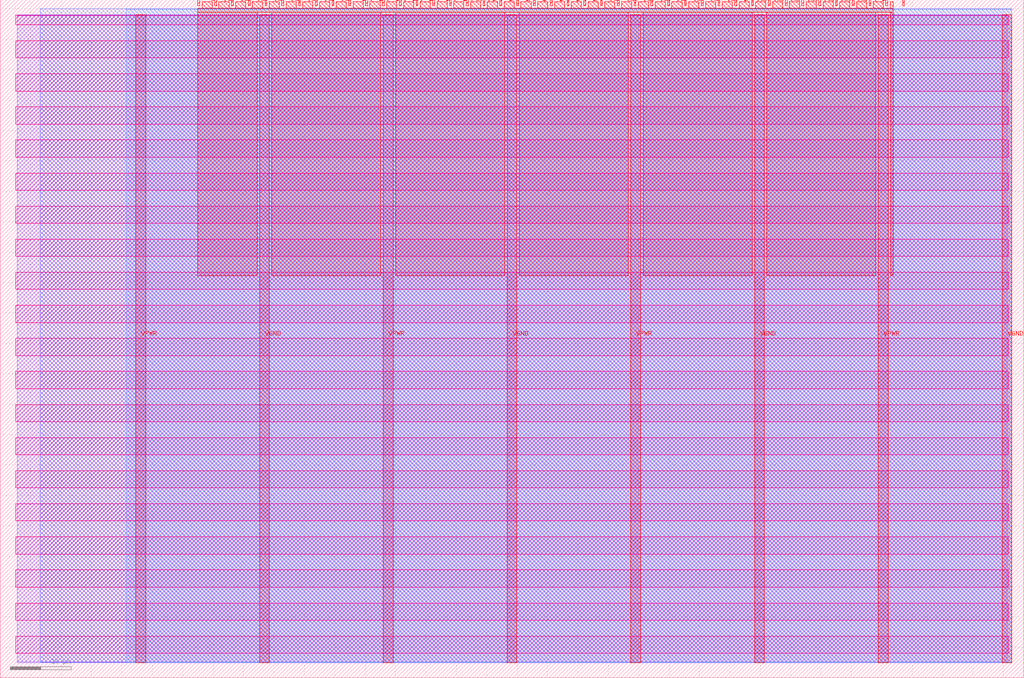
<source format=lef>
VERSION 5.7 ;
  NOWIREEXTENSIONATPIN ON ;
  DIVIDERCHAR "/" ;
  BUSBITCHARS "[]" ;
MACRO tt_um_Leaky_Integrate_Fire_nfjesifb_dup
  CLASS BLOCK ;
  FOREIGN tt_um_Leaky_Integrate_Fire_nfjesifb_dup ;
  ORIGIN 0.000 0.000 ;
  SIZE 168.360 BY 111.520 ;
  PIN VGND
    DIRECTION INOUT ;
    USE GROUND ;
    PORT
      LAYER met4 ;
        RECT 42.670 2.480 44.270 109.040 ;
    END
    PORT
      LAYER met4 ;
        RECT 83.380 2.480 84.980 109.040 ;
    END
    PORT
      LAYER met4 ;
        RECT 124.090 2.480 125.690 109.040 ;
    END
    PORT
      LAYER met4 ;
        RECT 164.800 2.480 166.400 109.040 ;
    END
  END VGND
  PIN VPWR
    DIRECTION INOUT ;
    USE POWER ;
    PORT
      LAYER met4 ;
        RECT 22.315 2.480 23.915 109.040 ;
    END
    PORT
      LAYER met4 ;
        RECT 63.025 2.480 64.625 109.040 ;
    END
    PORT
      LAYER met4 ;
        RECT 103.735 2.480 105.335 109.040 ;
    END
    PORT
      LAYER met4 ;
        RECT 144.445 2.480 146.045 109.040 ;
    END
  END VPWR
  PIN clk
    DIRECTION INPUT ;
    USE SIGNAL ;
    ANTENNAGATEAREA 0.852000 ;
    PORT
      LAYER met4 ;
        RECT 145.670 110.520 145.970 111.520 ;
    END
  END clk
  PIN ena
    DIRECTION INPUT ;
    USE SIGNAL ;
    PORT
      LAYER met4 ;
        RECT 148.430 110.520 148.730 111.520 ;
    END
  END ena
  PIN rst_n
    DIRECTION INPUT ;
    USE SIGNAL ;
    ANTENNAGATEAREA 0.213000 ;
    PORT
      LAYER met4 ;
        RECT 142.910 110.520 143.210 111.520 ;
    END
  END rst_n
  PIN ui_in[0]
    DIRECTION INPUT ;
    USE SIGNAL ;
    ANTENNAGATEAREA 0.126000 ;
    PORT
      LAYER met4 ;
        RECT 140.150 110.520 140.450 111.520 ;
    END
  END ui_in[0]
  PIN ui_in[1]
    DIRECTION INPUT ;
    USE SIGNAL ;
    ANTENNAGATEAREA 0.196500 ;
    PORT
      LAYER met4 ;
        RECT 137.390 110.520 137.690 111.520 ;
    END
  END ui_in[1]
  PIN ui_in[2]
    DIRECTION INPUT ;
    USE SIGNAL ;
    ANTENNAGATEAREA 0.159000 ;
    PORT
      LAYER met4 ;
        RECT 134.630 110.520 134.930 111.520 ;
    END
  END ui_in[2]
  PIN ui_in[3]
    DIRECTION INPUT ;
    USE SIGNAL ;
    ANTENNAGATEAREA 0.213000 ;
    PORT
      LAYER met4 ;
        RECT 131.870 110.520 132.170 111.520 ;
    END
  END ui_in[3]
  PIN ui_in[4]
    DIRECTION INPUT ;
    USE SIGNAL ;
    ANTENNAGATEAREA 0.159000 ;
    PORT
      LAYER met4 ;
        RECT 129.110 110.520 129.410 111.520 ;
    END
  END ui_in[4]
  PIN ui_in[5]
    DIRECTION INPUT ;
    USE SIGNAL ;
    PORT
      LAYER met4 ;
        RECT 126.350 110.520 126.650 111.520 ;
    END
  END ui_in[5]
  PIN ui_in[6]
    DIRECTION INPUT ;
    USE SIGNAL ;
    PORT
      LAYER met4 ;
        RECT 123.590 110.520 123.890 111.520 ;
    END
  END ui_in[6]
  PIN ui_in[7]
    DIRECTION INPUT ;
    USE SIGNAL ;
    PORT
      LAYER met4 ;
        RECT 120.830 110.520 121.130 111.520 ;
    END
  END ui_in[7]
  PIN uio_in[0]
    DIRECTION INPUT ;
    USE SIGNAL ;
    PORT
      LAYER met4 ;
        RECT 118.070 110.520 118.370 111.520 ;
    END
  END uio_in[0]
  PIN uio_in[1]
    DIRECTION INPUT ;
    USE SIGNAL ;
    PORT
      LAYER met4 ;
        RECT 115.310 110.520 115.610 111.520 ;
    END
  END uio_in[1]
  PIN uio_in[2]
    DIRECTION INPUT ;
    USE SIGNAL ;
    PORT
      LAYER met4 ;
        RECT 112.550 110.520 112.850 111.520 ;
    END
  END uio_in[2]
  PIN uio_in[3]
    DIRECTION INPUT ;
    USE SIGNAL ;
    PORT
      LAYER met4 ;
        RECT 109.790 110.520 110.090 111.520 ;
    END
  END uio_in[3]
  PIN uio_in[4]
    DIRECTION INPUT ;
    USE SIGNAL ;
    PORT
      LAYER met4 ;
        RECT 107.030 110.520 107.330 111.520 ;
    END
  END uio_in[4]
  PIN uio_in[5]
    DIRECTION INPUT ;
    USE SIGNAL ;
    PORT
      LAYER met4 ;
        RECT 104.270 110.520 104.570 111.520 ;
    END
  END uio_in[5]
  PIN uio_in[6]
    DIRECTION INPUT ;
    USE SIGNAL ;
    PORT
      LAYER met4 ;
        RECT 101.510 110.520 101.810 111.520 ;
    END
  END uio_in[6]
  PIN uio_in[7]
    DIRECTION INPUT ;
    USE SIGNAL ;
    PORT
      LAYER met4 ;
        RECT 98.750 110.520 99.050 111.520 ;
    END
  END uio_in[7]
  PIN uio_oe[0]
    DIRECTION OUTPUT TRISTATE ;
    USE SIGNAL ;
    PORT
      LAYER met4 ;
        RECT 51.830 110.520 52.130 111.520 ;
    END
  END uio_oe[0]
  PIN uio_oe[1]
    DIRECTION OUTPUT TRISTATE ;
    USE SIGNAL ;
    PORT
      LAYER met4 ;
        RECT 49.070 110.520 49.370 111.520 ;
    END
  END uio_oe[1]
  PIN uio_oe[2]
    DIRECTION OUTPUT TRISTATE ;
    USE SIGNAL ;
    PORT
      LAYER met4 ;
        RECT 46.310 110.520 46.610 111.520 ;
    END
  END uio_oe[2]
  PIN uio_oe[3]
    DIRECTION OUTPUT TRISTATE ;
    USE SIGNAL ;
    PORT
      LAYER met4 ;
        RECT 43.550 110.520 43.850 111.520 ;
    END
  END uio_oe[3]
  PIN uio_oe[4]
    DIRECTION OUTPUT TRISTATE ;
    USE SIGNAL ;
    PORT
      LAYER met4 ;
        RECT 40.790 110.520 41.090 111.520 ;
    END
  END uio_oe[4]
  PIN uio_oe[5]
    DIRECTION OUTPUT TRISTATE ;
    USE SIGNAL ;
    PORT
      LAYER met4 ;
        RECT 38.030 110.520 38.330 111.520 ;
    END
  END uio_oe[5]
  PIN uio_oe[6]
    DIRECTION OUTPUT TRISTATE ;
    USE SIGNAL ;
    PORT
      LAYER met4 ;
        RECT 35.270 110.520 35.570 111.520 ;
    END
  END uio_oe[6]
  PIN uio_oe[7]
    DIRECTION OUTPUT TRISTATE ;
    USE SIGNAL ;
    PORT
      LAYER met4 ;
        RECT 32.510 110.520 32.810 111.520 ;
    END
  END uio_oe[7]
  PIN uio_out[0]
    DIRECTION OUTPUT TRISTATE ;
    USE SIGNAL ;
    ANTENNADIFFAREA 0.795200 ;
    PORT
      LAYER met4 ;
        RECT 73.910 110.520 74.210 111.520 ;
    END
  END uio_out[0]
  PIN uio_out[1]
    DIRECTION OUTPUT TRISTATE ;
    USE SIGNAL ;
    PORT
      LAYER met4 ;
        RECT 71.150 110.520 71.450 111.520 ;
    END
  END uio_out[1]
  PIN uio_out[2]
    DIRECTION OUTPUT TRISTATE ;
    USE SIGNAL ;
    PORT
      LAYER met4 ;
        RECT 68.390 110.520 68.690 111.520 ;
    END
  END uio_out[2]
  PIN uio_out[3]
    DIRECTION OUTPUT TRISTATE ;
    USE SIGNAL ;
    PORT
      LAYER met4 ;
        RECT 65.630 110.520 65.930 111.520 ;
    END
  END uio_out[3]
  PIN uio_out[4]
    DIRECTION OUTPUT TRISTATE ;
    USE SIGNAL ;
    PORT
      LAYER met4 ;
        RECT 62.870 110.520 63.170 111.520 ;
    END
  END uio_out[4]
  PIN uio_out[5]
    DIRECTION OUTPUT TRISTATE ;
    USE SIGNAL ;
    PORT
      LAYER met4 ;
        RECT 60.110 110.520 60.410 111.520 ;
    END
  END uio_out[5]
  PIN uio_out[6]
    DIRECTION OUTPUT TRISTATE ;
    USE SIGNAL ;
    PORT
      LAYER met4 ;
        RECT 57.350 110.520 57.650 111.520 ;
    END
  END uio_out[6]
  PIN uio_out[7]
    DIRECTION OUTPUT TRISTATE ;
    USE SIGNAL ;
    PORT
      LAYER met4 ;
        RECT 54.590 110.520 54.890 111.520 ;
    END
  END uio_out[7]
  PIN uo_out[0]
    DIRECTION OUTPUT TRISTATE ;
    USE SIGNAL ;
    ANTENNAGATEAREA 0.586500 ;
    ANTENNADIFFAREA 0.891000 ;
    PORT
      LAYER met4 ;
        RECT 95.990 110.520 96.290 111.520 ;
    END
  END uo_out[0]
  PIN uo_out[1]
    DIRECTION OUTPUT TRISTATE ;
    USE SIGNAL ;
    ANTENNAGATEAREA 1.279500 ;
    ANTENNADIFFAREA 0.891000 ;
    PORT
      LAYER met4 ;
        RECT 93.230 110.520 93.530 111.520 ;
    END
  END uo_out[1]
  PIN uo_out[2]
    DIRECTION OUTPUT TRISTATE ;
    USE SIGNAL ;
    ANTENNAGATEAREA 1.459500 ;
    ANTENNADIFFAREA 0.891000 ;
    PORT
      LAYER met4 ;
        RECT 90.470 110.520 90.770 111.520 ;
    END
  END uo_out[2]
  PIN uo_out[3]
    DIRECTION OUTPUT TRISTATE ;
    USE SIGNAL ;
    ANTENNAGATEAREA 1.581000 ;
    ANTENNADIFFAREA 0.891000 ;
    PORT
      LAYER met4 ;
        RECT 87.710 110.520 88.010 111.520 ;
    END
  END uo_out[3]
  PIN uo_out[4]
    DIRECTION OUTPUT TRISTATE ;
    USE SIGNAL ;
    ANTENNAGATEAREA 1.212000 ;
    ANTENNADIFFAREA 0.891000 ;
    PORT
      LAYER met4 ;
        RECT 84.950 110.520 85.250 111.520 ;
    END
  END uo_out[4]
  PIN uo_out[5]
    DIRECTION OUTPUT TRISTATE ;
    USE SIGNAL ;
    ANTENNAGATEAREA 1.333500 ;
    ANTENNADIFFAREA 0.891000 ;
    PORT
      LAYER met4 ;
        RECT 82.190 110.520 82.490 111.520 ;
    END
  END uo_out[5]
  PIN uo_out[6]
    DIRECTION OUTPUT TRISTATE ;
    USE SIGNAL ;
    ANTENNAGATEAREA 1.707000 ;
    ANTENNADIFFAREA 0.891000 ;
    PORT
      LAYER met4 ;
        RECT 79.430 110.520 79.730 111.520 ;
    END
  END uo_out[6]
  PIN uo_out[7]
    DIRECTION OUTPUT TRISTATE ;
    USE SIGNAL ;
    ANTENNAGATEAREA 1.333500 ;
    ANTENNADIFFAREA 0.891000 ;
    PORT
      LAYER met4 ;
        RECT 76.670 110.520 76.970 111.520 ;
    END
  END uo_out[7]
  OBS
      LAYER nwell ;
        RECT 2.570 107.385 165.790 108.990 ;
        RECT 2.570 101.945 165.790 104.775 ;
        RECT 2.570 96.505 165.790 99.335 ;
        RECT 2.570 91.065 165.790 93.895 ;
        RECT 2.570 85.625 165.790 88.455 ;
        RECT 2.570 80.185 165.790 83.015 ;
        RECT 2.570 74.745 165.790 77.575 ;
        RECT 2.570 69.305 165.790 72.135 ;
        RECT 2.570 63.865 165.790 66.695 ;
        RECT 2.570 58.425 165.790 61.255 ;
        RECT 2.570 52.985 165.790 55.815 ;
        RECT 2.570 47.545 165.790 50.375 ;
        RECT 2.570 42.105 165.790 44.935 ;
        RECT 2.570 36.665 165.790 39.495 ;
        RECT 2.570 31.225 165.790 34.055 ;
        RECT 2.570 25.785 165.790 28.615 ;
        RECT 2.570 20.345 165.790 23.175 ;
        RECT 2.570 14.905 165.790 17.735 ;
        RECT 2.570 9.465 165.790 12.295 ;
        RECT 2.570 4.025 165.790 6.855 ;
      LAYER li1 ;
        RECT 2.760 2.635 165.600 108.885 ;
      LAYER met1 ;
        RECT 2.760 2.480 166.400 109.040 ;
      LAYER met2 ;
        RECT 6.540 2.535 166.370 110.005 ;
      LAYER met3 ;
        RECT 20.765 2.555 166.390 109.985 ;
      LAYER met4 ;
        RECT 33.210 110.120 34.870 111.170 ;
        RECT 35.970 110.120 37.630 111.170 ;
        RECT 38.730 110.120 40.390 111.170 ;
        RECT 41.490 110.120 43.150 111.170 ;
        RECT 44.250 110.120 45.910 111.170 ;
        RECT 47.010 110.120 48.670 111.170 ;
        RECT 49.770 110.120 51.430 111.170 ;
        RECT 52.530 110.120 54.190 111.170 ;
        RECT 55.290 110.120 56.950 111.170 ;
        RECT 58.050 110.120 59.710 111.170 ;
        RECT 60.810 110.120 62.470 111.170 ;
        RECT 63.570 110.120 65.230 111.170 ;
        RECT 66.330 110.120 67.990 111.170 ;
        RECT 69.090 110.120 70.750 111.170 ;
        RECT 71.850 110.120 73.510 111.170 ;
        RECT 74.610 110.120 76.270 111.170 ;
        RECT 77.370 110.120 79.030 111.170 ;
        RECT 80.130 110.120 81.790 111.170 ;
        RECT 82.890 110.120 84.550 111.170 ;
        RECT 85.650 110.120 87.310 111.170 ;
        RECT 88.410 110.120 90.070 111.170 ;
        RECT 91.170 110.120 92.830 111.170 ;
        RECT 93.930 110.120 95.590 111.170 ;
        RECT 96.690 110.120 98.350 111.170 ;
        RECT 99.450 110.120 101.110 111.170 ;
        RECT 102.210 110.120 103.870 111.170 ;
        RECT 104.970 110.120 106.630 111.170 ;
        RECT 107.730 110.120 109.390 111.170 ;
        RECT 110.490 110.120 112.150 111.170 ;
        RECT 113.250 110.120 114.910 111.170 ;
        RECT 116.010 110.120 117.670 111.170 ;
        RECT 118.770 110.120 120.430 111.170 ;
        RECT 121.530 110.120 123.190 111.170 ;
        RECT 124.290 110.120 125.950 111.170 ;
        RECT 127.050 110.120 128.710 111.170 ;
        RECT 129.810 110.120 131.470 111.170 ;
        RECT 132.570 110.120 134.230 111.170 ;
        RECT 135.330 110.120 136.990 111.170 ;
        RECT 138.090 110.120 139.750 111.170 ;
        RECT 140.850 110.120 142.510 111.170 ;
        RECT 143.610 110.120 145.270 111.170 ;
        RECT 146.370 110.120 146.905 111.170 ;
        RECT 32.495 109.440 146.905 110.120 ;
        RECT 32.495 66.135 42.270 109.440 ;
        RECT 44.670 66.135 62.625 109.440 ;
        RECT 65.025 66.135 82.980 109.440 ;
        RECT 85.380 66.135 103.335 109.440 ;
        RECT 105.735 66.135 123.690 109.440 ;
        RECT 126.090 66.135 144.045 109.440 ;
        RECT 146.445 66.135 146.905 109.440 ;
  END
END tt_um_Leaky_Integrate_Fire_nfjesifb_dup
END LIBRARY


</source>
